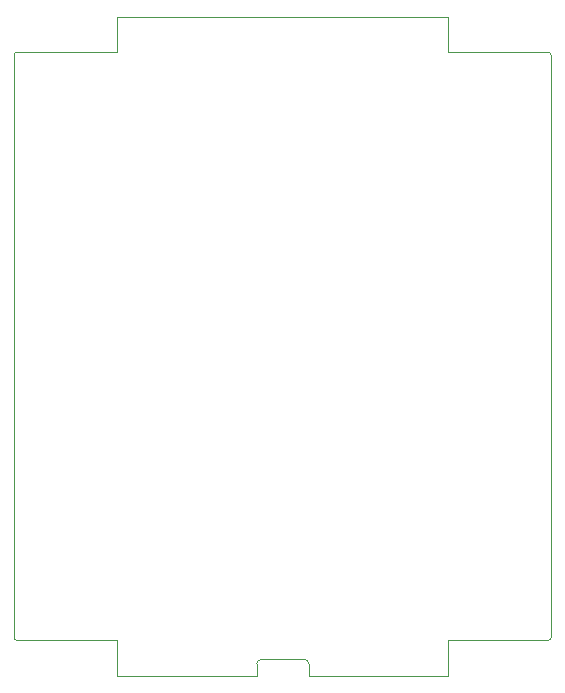
<source format=gbr>
%TF.GenerationSoftware,KiCad,Pcbnew,7.0.9*%
%TF.CreationDate,2024-08-24T05:30:20-10:00*%
%TF.ProjectId,scartaudioextract,73636172-7461-4756-9469-6f6578747261,rev?*%
%TF.SameCoordinates,Original*%
%TF.FileFunction,Profile,NP*%
%FSLAX46Y46*%
G04 Gerber Fmt 4.6, Leading zero omitted, Abs format (unit mm)*
G04 Created by KiCad (PCBNEW 7.0.9) date 2024-08-24 05:30:20*
%MOMM*%
%LPD*%
G01*
G04 APERTURE LIST*
%TA.AperFunction,Profile*%
%ADD10C,0.100000*%
%TD*%
%TA.AperFunction,Profile*%
%ADD11C,0.120000*%
%TD*%
%TA.AperFunction,Profile*%
%ADD12C,0.050000*%
%TD*%
G04 APERTURE END LIST*
D10*
X126300000Y-83150000D02*
G75*
G03*
X126550000Y-83400000I250000J0D01*
G01*
X167580000Y-33600000D02*
X171525000Y-33600000D01*
X155540000Y-86400000D02*
X163080000Y-86400000D01*
X171775000Y-33850000D02*
G75*
G03*
X171525000Y-33600000I-250000J0D01*
G01*
X171525000Y-83400000D02*
G75*
G03*
X171775000Y-83150000I0J250000D01*
G01*
X171775000Y-33850000D02*
X171775000Y-83150000D01*
X130500000Y-33600000D02*
X126550000Y-33600000D01*
X126300000Y-33850000D02*
X126300000Y-83150000D01*
X167580000Y-83400000D02*
X171525000Y-83400000D01*
X126550000Y-33600000D02*
G75*
G03*
X126300000Y-33850000I0J-250000D01*
G01*
X130500000Y-83400000D02*
X126550000Y-83400000D01*
X163080000Y-30600000D02*
X135000000Y-30600000D01*
X142540000Y-86400000D02*
X135000000Y-86400000D01*
D11*
%TO.C,J3*%
X151240000Y-85400000D02*
G75*
G03*
X150840000Y-85000000I-400000J0D01*
G01*
X147240000Y-85000000D02*
G75*
G03*
X146840000Y-85400000I1J-400001D01*
G01*
X151240000Y-86400000D02*
X155540000Y-86400000D01*
X151240000Y-85400000D02*
X151240000Y-86400000D01*
X150840000Y-85000000D02*
X147240000Y-85000000D01*
X146840000Y-86400000D02*
X142540000Y-86400000D01*
X146840000Y-85400000D02*
X146840000Y-86400000D01*
D12*
%TO.C,J1*%
X135000000Y-33600000D02*
X135000000Y-30600000D01*
X130500000Y-33600000D02*
X135000000Y-33600000D01*
X135000000Y-83400000D02*
X135000000Y-86400000D01*
X130500000Y-83400000D02*
X135000000Y-83400000D01*
%TO.C,J2*%
X163080000Y-83400000D02*
X163080000Y-86400000D01*
X167580000Y-83400000D02*
X163080000Y-83400000D01*
X163080000Y-33600000D02*
X163080000Y-30600000D01*
X167580000Y-33600000D02*
X163080000Y-33600000D01*
%TD*%
M02*

</source>
